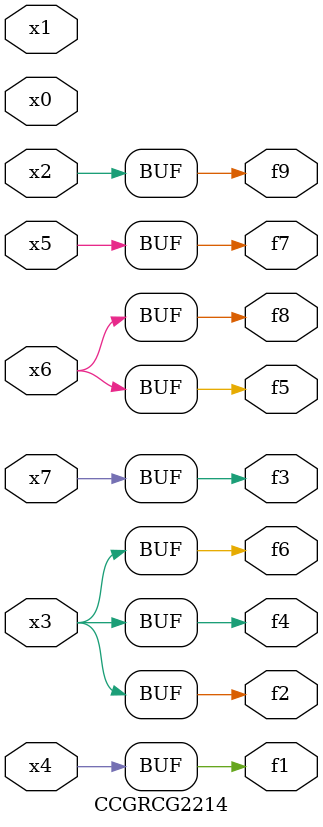
<source format=v>
module CCGRCG2214(
	input x0, x1, x2, x3, x4, x5, x6, x7,
	output f1, f2, f3, f4, f5, f6, f7, f8, f9
);
	assign f1 = x4;
	assign f2 = x3;
	assign f3 = x7;
	assign f4 = x3;
	assign f5 = x6;
	assign f6 = x3;
	assign f7 = x5;
	assign f8 = x6;
	assign f9 = x2;
endmodule

</source>
